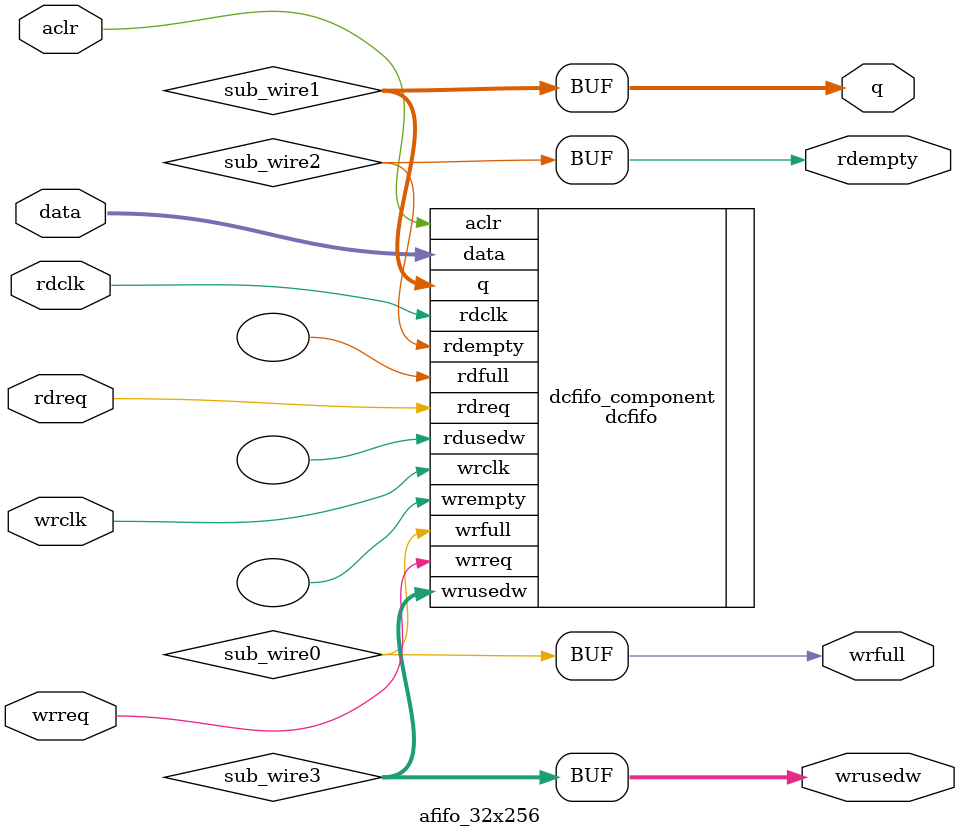
<source format=v>
module afifo_32x256 (
	aclr,
	data,
	rdclk,
	rdreq,
	wrclk,
	wrreq,
	q,
	rdempty,
	wrfull,
	wrusedw);
	input	  aclr;
	input	[31:0]  data;
	input	  rdclk;
	input	  rdreq;
	input	  wrclk;
	input	  wrreq;
	output	[31:0]  q;
	output	  rdempty;
	output	  wrfull;
	output	[7:0]  wrusedw;
`ifndef ALTERA_RESERVED_QIS
// synopsys translate_off
`endif
	tri0	  aclr;
`ifndef ALTERA_RESERVED_QIS
// synopsys translate_on
`endif
	wire  sub_wire0;
	wire [31:0] sub_wire1;
	wire  sub_wire2;
	wire [7:0] sub_wire3;
	wire  wrfull = sub_wire0;
	wire [31:0] q = sub_wire1[31:0];
	wire  rdempty = sub_wire2;
	wire [7:0] wrusedw = sub_wire3[7:0];
	dcfifo	dcfifo_component (
				.rdclk (rdclk),
				.wrclk (wrclk),
				.wrreq (wrreq),
				.aclr (aclr),
				.data (data),
				.rdreq (rdreq),
				.wrfull (sub_wire0),
				.q (sub_wire1),
				.rdempty (sub_wire2),
				.wrusedw (sub_wire3),
				.rdfull (),
				.rdusedw (),
				.wrempty ());
	defparam
		dcfifo_component.intended_device_family = "Arria II GX",
		dcfifo_component.lpm_numwords = 256,
		dcfifo_component.lpm_showahead = "OFF",
		dcfifo_component.lpm_type = "dcfifo",
		dcfifo_component.lpm_width = 32,
		dcfifo_component.lpm_widthu = 8,
		dcfifo_component.overflow_checking = "ON",
		dcfifo_component.rdsync_delaypipe = 4,
		dcfifo_component.underflow_checking = "ON",
		dcfifo_component.use_eab = "ON",
		dcfifo_component.write_aclr_synch = "OFF",
		dcfifo_component.wrsync_delaypipe = 4;
endmodule
</source>
